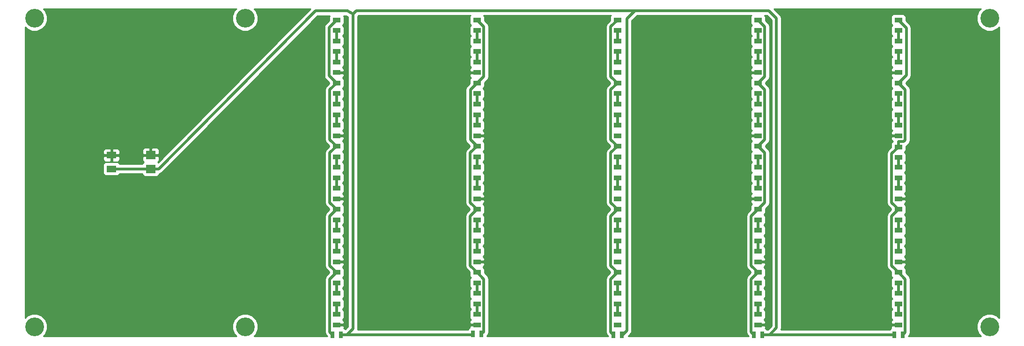
<source format=gtl>
G04 (created by PCBNEW-RS274X (2011-05-25)-stable) date Fri 21 Sep 2012 01:46:45 PM PDT*
G01*
G70*
G90*
%MOIN*%
G04 Gerber Fmt 3.4, Leading zero omitted, Abs format*
%FSLAX34Y34*%
G04 APERTURE LIST*
%ADD10C,0.006000*%
%ADD11C,0.133900*%
%ADD12R,0.055000X0.035000*%
%ADD13R,0.070900X0.059100*%
%ADD14R,0.070900X0.047200*%
%ADD15R,0.025000X0.045000*%
%ADD16C,0.020000*%
%ADD17C,0.010000*%
G04 APERTURE END LIST*
G54D10*
G54D11*
X20685Y-58055D03*
X35685Y-58055D03*
X88685Y-58055D03*
X88685Y-36039D03*
X35685Y-36039D03*
X20685Y-36039D03*
G54D12*
X42185Y-57179D03*
X42185Y-57929D03*
X42185Y-55678D03*
X42185Y-56428D03*
X42185Y-54177D03*
X42185Y-54927D03*
X42185Y-52676D03*
X42185Y-53426D03*
X42185Y-51175D03*
X42185Y-51925D03*
X42185Y-49674D03*
X42185Y-50424D03*
X42185Y-48173D03*
X42185Y-48923D03*
X42185Y-46672D03*
X42185Y-47422D03*
X42185Y-45171D03*
X42185Y-45921D03*
X42185Y-43670D03*
X42185Y-44420D03*
X42185Y-42169D03*
X42185Y-42919D03*
X42185Y-40668D03*
X42185Y-41418D03*
X42185Y-39167D03*
X42185Y-39917D03*
X42185Y-37666D03*
X42185Y-38416D03*
X42185Y-36165D03*
X42185Y-36915D03*
G54D13*
X28956Y-46791D03*
X28956Y-45807D03*
G54D14*
X26160Y-46791D03*
X26160Y-45807D03*
G54D12*
X82185Y-36165D03*
X82185Y-36915D03*
X72185Y-57179D03*
X72185Y-57929D03*
X72185Y-55678D03*
X72185Y-56428D03*
X72185Y-54177D03*
X72185Y-54927D03*
X72185Y-52676D03*
X72185Y-53426D03*
X72185Y-51175D03*
X72185Y-51925D03*
X72185Y-49674D03*
X72185Y-50424D03*
X72185Y-48173D03*
X72185Y-48923D03*
X72185Y-46672D03*
X72185Y-47422D03*
X72185Y-45171D03*
X72185Y-45921D03*
X72185Y-43670D03*
X72185Y-44420D03*
X72185Y-42169D03*
X72185Y-42919D03*
X72185Y-40668D03*
X72185Y-41418D03*
X72185Y-39167D03*
X72185Y-39917D03*
X82185Y-37666D03*
X82185Y-38416D03*
X82185Y-39167D03*
X82185Y-39917D03*
X82185Y-40668D03*
X82185Y-41418D03*
X82185Y-42169D03*
X82185Y-42919D03*
X82185Y-43670D03*
X82185Y-44420D03*
X82187Y-45220D03*
X82187Y-45970D03*
X82185Y-46672D03*
X82185Y-47422D03*
X82185Y-48173D03*
X82185Y-48923D03*
X82185Y-49674D03*
X82185Y-50424D03*
X82185Y-51175D03*
X82185Y-51925D03*
X82185Y-52676D03*
X82185Y-53426D03*
X82185Y-54177D03*
X82185Y-54927D03*
X82185Y-55678D03*
X82185Y-56428D03*
X82185Y-57179D03*
X82185Y-57929D03*
X52185Y-36165D03*
X52185Y-36915D03*
X52185Y-37666D03*
X52185Y-38416D03*
X52185Y-39167D03*
X52185Y-39917D03*
X52185Y-40668D03*
X52185Y-41418D03*
X52185Y-42169D03*
X52185Y-42919D03*
X52185Y-43670D03*
X52185Y-44420D03*
X52185Y-45171D03*
X52185Y-45921D03*
X52185Y-46672D03*
X52185Y-47422D03*
X52185Y-48173D03*
X52185Y-48923D03*
X52185Y-49674D03*
X52185Y-50424D03*
X52185Y-51175D03*
X52185Y-51925D03*
X52185Y-52676D03*
X52185Y-53426D03*
X52185Y-54177D03*
X52185Y-54927D03*
X52185Y-55678D03*
X52185Y-56428D03*
X52185Y-57179D03*
X52185Y-57929D03*
X62185Y-36165D03*
X62185Y-36915D03*
X62185Y-37666D03*
X62185Y-38416D03*
X62185Y-39167D03*
X62185Y-39917D03*
X62185Y-40668D03*
X62185Y-41418D03*
X62185Y-42169D03*
X62185Y-42919D03*
X62185Y-43670D03*
X62185Y-44420D03*
X62185Y-45171D03*
X62185Y-45921D03*
X62185Y-46672D03*
X62185Y-47422D03*
X62185Y-48173D03*
X62185Y-48923D03*
X62185Y-49674D03*
X62185Y-50424D03*
X62185Y-51175D03*
X62185Y-51925D03*
X62185Y-52676D03*
X62185Y-53426D03*
X62185Y-54177D03*
X62185Y-54927D03*
X62185Y-55678D03*
X62185Y-56428D03*
X62185Y-57179D03*
X62185Y-57929D03*
X72185Y-36165D03*
X72185Y-36915D03*
X72185Y-37666D03*
X72185Y-38416D03*
G54D15*
X42504Y-58622D03*
X41904Y-58622D03*
X51904Y-58583D03*
X52504Y-58583D03*
X62504Y-58622D03*
X61904Y-58622D03*
X72504Y-58622D03*
X71904Y-58622D03*
X81904Y-58622D03*
X82504Y-58622D03*
G54D16*
X72992Y-58622D02*
X73031Y-58622D01*
X73031Y-58622D02*
X73501Y-58152D01*
X62504Y-58622D02*
X62558Y-58622D01*
X62558Y-58622D02*
X62855Y-58325D01*
X62855Y-58325D02*
X62855Y-58325D01*
X62855Y-58325D02*
X62855Y-36064D01*
X43348Y-35748D02*
X43348Y-35747D01*
X43606Y-35489D02*
X63430Y-35489D01*
X43348Y-35747D02*
X43606Y-35489D01*
X43348Y-35748D02*
X43348Y-58187D01*
X29513Y-46791D02*
X40685Y-35512D01*
X40685Y-35512D02*
X42973Y-35512D01*
X42973Y-35512D02*
X43348Y-35748D01*
X28956Y-46791D02*
X29513Y-46791D01*
X43348Y-58187D02*
X42913Y-58622D01*
X42504Y-58622D02*
X42913Y-58622D01*
X42913Y-58622D02*
X51865Y-58622D01*
X51865Y-58622D02*
X51904Y-58583D01*
X28956Y-46791D02*
X26160Y-46791D01*
X72504Y-58622D02*
X72832Y-58622D01*
X73501Y-36037D02*
X73501Y-58152D01*
X72953Y-35489D02*
X73501Y-36037D01*
X63430Y-35489D02*
X72953Y-35489D01*
X62855Y-36064D02*
X63430Y-35489D01*
X81904Y-58622D02*
X73501Y-58622D01*
X73501Y-58622D02*
X72992Y-58622D01*
X72992Y-58622D02*
X72832Y-58622D01*
X72185Y-56428D02*
X72185Y-57179D01*
X72185Y-54927D02*
X72185Y-55678D01*
X62185Y-57179D02*
X62185Y-56428D01*
X62185Y-55678D02*
X62185Y-54927D01*
X72664Y-40189D02*
X72185Y-40668D01*
X72664Y-36644D02*
X72664Y-40189D01*
X72185Y-36165D02*
X72664Y-36644D01*
X72664Y-44692D02*
X72185Y-45171D01*
X72664Y-41147D02*
X72664Y-44692D01*
X72185Y-40668D02*
X72664Y-41147D01*
X72664Y-49195D02*
X72185Y-49674D01*
X72664Y-45650D02*
X72664Y-49195D01*
X72185Y-45171D02*
X72664Y-45650D01*
X71706Y-53698D02*
X72185Y-54177D01*
X71706Y-50153D02*
X71706Y-53698D01*
X72185Y-49674D02*
X71706Y-50153D01*
X71706Y-54656D02*
X72185Y-54177D01*
X71706Y-58424D02*
X71706Y-54656D01*
X71904Y-58622D02*
X71706Y-58424D01*
X72185Y-41418D02*
X72185Y-42169D01*
X72185Y-42919D02*
X72185Y-43670D01*
X72185Y-45921D02*
X72185Y-46672D01*
X72185Y-47422D02*
X72185Y-48173D01*
X72185Y-50424D02*
X72185Y-51175D01*
X72185Y-51925D02*
X72185Y-52676D01*
X82185Y-57179D02*
X82185Y-56428D01*
X62185Y-37666D02*
X62185Y-36915D01*
X82185Y-55678D02*
X82185Y-54927D01*
X82565Y-44842D02*
X82187Y-44842D01*
X82664Y-44743D02*
X82565Y-44842D01*
X82664Y-41147D02*
X82664Y-44743D01*
X82185Y-40668D02*
X82664Y-41147D01*
X82187Y-45220D02*
X82187Y-44842D01*
X82746Y-40107D02*
X82185Y-40668D01*
X82746Y-36726D02*
X82746Y-40107D01*
X82185Y-36165D02*
X82746Y-36726D01*
X82664Y-54656D02*
X82185Y-54177D01*
X82664Y-58462D02*
X82664Y-54656D01*
X82504Y-58622D02*
X82664Y-58462D01*
X81706Y-53698D02*
X82185Y-54177D01*
X81706Y-50153D02*
X81706Y-53698D01*
X82185Y-49674D02*
X81706Y-50153D01*
X81706Y-45701D02*
X82187Y-45220D01*
X81706Y-49195D02*
X81706Y-45701D01*
X82185Y-49674D02*
X81706Y-49195D01*
X82185Y-52676D02*
X82185Y-51925D01*
X82185Y-51175D02*
X82185Y-50424D01*
X62185Y-52676D02*
X62185Y-51925D01*
X62185Y-51175D02*
X62185Y-50424D01*
X62185Y-48173D02*
X62185Y-47422D01*
X62185Y-46672D02*
X62185Y-45921D01*
X62185Y-43670D02*
X62185Y-42919D01*
X62185Y-42169D02*
X62185Y-41418D01*
X61706Y-45650D02*
X62185Y-45171D01*
X61706Y-49195D02*
X61706Y-45650D01*
X62185Y-49674D02*
X61706Y-49195D01*
X61706Y-54656D02*
X62185Y-54177D01*
X61706Y-58424D02*
X61706Y-54656D01*
X61904Y-58622D02*
X61706Y-58424D01*
X61706Y-50153D02*
X62185Y-49674D01*
X61706Y-53698D02*
X61706Y-50153D01*
X62185Y-54177D02*
X61706Y-53698D01*
X61706Y-41147D02*
X62185Y-40668D01*
X61706Y-44692D02*
X61706Y-41147D01*
X62185Y-45171D02*
X61706Y-44692D01*
X61706Y-36644D02*
X62185Y-36165D01*
X61706Y-40189D02*
X61706Y-36644D01*
X62185Y-40668D02*
X61706Y-40189D01*
X62185Y-39167D02*
X62185Y-38416D01*
X42185Y-54927D02*
X42185Y-55678D01*
X42185Y-56428D02*
X42185Y-57179D01*
X42185Y-51925D02*
X42185Y-52676D01*
X42185Y-36915D02*
X42185Y-37666D01*
X42185Y-38416D02*
X42185Y-39167D01*
X42185Y-41418D02*
X42185Y-42169D01*
X42185Y-42919D02*
X42185Y-43670D01*
X42185Y-45921D02*
X42185Y-46672D01*
X42185Y-47422D02*
X42185Y-48173D01*
X42185Y-50424D02*
X42185Y-51175D01*
X41706Y-41147D02*
X42185Y-40668D01*
X41706Y-44692D02*
X41706Y-41147D01*
X42185Y-45171D02*
X41706Y-44692D01*
X41661Y-36689D02*
X42185Y-36165D01*
X41661Y-40144D02*
X41661Y-36689D01*
X42185Y-40668D02*
X41661Y-40144D01*
X41706Y-53698D02*
X42185Y-54177D01*
X41706Y-50153D02*
X41706Y-53698D01*
X42185Y-49674D02*
X41706Y-50153D01*
X41706Y-45650D02*
X42185Y-45171D01*
X41706Y-49195D02*
X41706Y-45650D01*
X42185Y-49674D02*
X41706Y-49195D01*
X41706Y-54656D02*
X42185Y-54177D01*
X41706Y-58424D02*
X41706Y-54656D01*
X41904Y-58622D02*
X41706Y-58424D01*
X52185Y-48173D02*
X52185Y-47422D01*
X52185Y-46672D02*
X52185Y-45921D01*
X52185Y-43670D02*
X52185Y-42919D01*
X52185Y-42169D02*
X52185Y-41418D01*
X52185Y-39167D02*
X52185Y-38416D01*
X52185Y-37666D02*
X52185Y-36915D01*
X72185Y-37666D02*
X72185Y-36915D01*
X72185Y-38416D02*
X72185Y-39167D01*
X52185Y-57179D02*
X52185Y-56428D01*
X82185Y-48173D02*
X82185Y-47422D01*
X52185Y-55678D02*
X52185Y-54927D01*
X52664Y-36644D02*
X52185Y-36165D01*
X52664Y-40189D02*
X52664Y-36644D01*
X52185Y-40668D02*
X52664Y-40189D01*
X52664Y-54656D02*
X52185Y-54177D01*
X52664Y-58423D02*
X52664Y-54656D01*
X52504Y-58583D02*
X52664Y-58423D01*
X51706Y-53698D02*
X52185Y-54177D01*
X51706Y-50153D02*
X51706Y-53698D01*
X52185Y-49674D02*
X51706Y-50153D01*
X51706Y-45650D02*
X52185Y-45171D01*
X51706Y-49195D02*
X51706Y-45650D01*
X52185Y-49674D02*
X51706Y-49195D01*
X51707Y-41146D02*
X52185Y-40668D01*
X51707Y-44693D02*
X51707Y-41146D01*
X52185Y-45171D02*
X51707Y-44693D01*
X52185Y-52676D02*
X52185Y-51925D01*
X52185Y-51175D02*
X52185Y-50424D01*
X82185Y-42169D02*
X82185Y-41418D01*
X82185Y-39167D02*
X82185Y-38416D01*
X82185Y-37666D02*
X82185Y-36915D01*
X82187Y-46292D02*
X82187Y-45970D01*
X82185Y-46294D02*
X82187Y-46292D01*
X82185Y-46672D02*
X82185Y-46294D01*
X82185Y-43670D02*
X82185Y-42919D01*
G54D10*
G36*
X41693Y-35862D02*
X41661Y-35940D01*
X41661Y-36039D01*
X41661Y-36194D01*
X41414Y-36442D01*
X41338Y-36555D01*
X41311Y-36689D01*
X41311Y-40144D01*
X41338Y-40278D01*
X41414Y-40391D01*
X41661Y-40638D01*
X41661Y-40697D01*
X41459Y-40900D01*
X41383Y-41013D01*
X41356Y-41147D01*
X41356Y-44692D01*
X41383Y-44826D01*
X41459Y-44939D01*
X41661Y-45141D01*
X41661Y-45200D01*
X41459Y-45403D01*
X41383Y-45516D01*
X41356Y-45650D01*
X41356Y-49195D01*
X41383Y-49329D01*
X41459Y-49442D01*
X41661Y-49644D01*
X41661Y-49703D01*
X41459Y-49906D01*
X41383Y-50019D01*
X41356Y-50153D01*
X41356Y-53698D01*
X41383Y-53832D01*
X41459Y-53945D01*
X41661Y-54147D01*
X41661Y-54206D01*
X41459Y-54409D01*
X41383Y-54522D01*
X41356Y-54656D01*
X41356Y-58424D01*
X41383Y-58558D01*
X41459Y-58671D01*
X41518Y-58730D01*
X36309Y-58730D01*
X36464Y-58576D01*
X36604Y-58239D01*
X36604Y-57873D01*
X36464Y-57535D01*
X36206Y-57276D01*
X35869Y-57136D01*
X35503Y-57136D01*
X35165Y-57276D01*
X34906Y-57534D01*
X34766Y-57871D01*
X34766Y-58237D01*
X34906Y-58575D01*
X35060Y-58730D01*
X21309Y-58730D01*
X21464Y-58576D01*
X21604Y-58239D01*
X21604Y-57873D01*
X21464Y-57535D01*
X21206Y-57276D01*
X20869Y-57136D01*
X20503Y-57136D01*
X20165Y-57276D01*
X20010Y-57430D01*
X20010Y-36663D01*
X20164Y-36818D01*
X20501Y-36958D01*
X20867Y-36958D01*
X21205Y-36818D01*
X21464Y-36560D01*
X21604Y-36223D01*
X21604Y-35857D01*
X21464Y-35519D01*
X21310Y-35365D01*
X35059Y-35365D01*
X34906Y-35518D01*
X34766Y-35855D01*
X34766Y-36221D01*
X34906Y-36559D01*
X35164Y-36818D01*
X35501Y-36958D01*
X35867Y-36958D01*
X36205Y-36818D01*
X36464Y-36560D01*
X36604Y-36223D01*
X36604Y-35857D01*
X36464Y-35519D01*
X36310Y-35365D01*
X40328Y-35365D01*
X29486Y-46320D01*
X29465Y-46299D01*
X29521Y-46243D01*
X29559Y-46151D01*
X29560Y-45919D01*
X29560Y-45695D01*
X29559Y-45463D01*
X29521Y-45371D01*
X29451Y-45301D01*
X29360Y-45263D01*
X29261Y-45263D01*
X29068Y-45262D01*
X29006Y-45324D01*
X29006Y-45757D01*
X29498Y-45757D01*
X29560Y-45695D01*
X29560Y-45919D01*
X29498Y-45857D01*
X29056Y-45857D01*
X29006Y-45857D01*
X28906Y-45857D01*
X28906Y-45757D01*
X28906Y-45324D01*
X28844Y-45262D01*
X28651Y-45263D01*
X28552Y-45263D01*
X28461Y-45301D01*
X28391Y-45371D01*
X28353Y-45463D01*
X28352Y-45695D01*
X28414Y-45757D01*
X28906Y-45757D01*
X28906Y-45857D01*
X28856Y-45857D01*
X28414Y-45857D01*
X28352Y-45919D01*
X28353Y-46151D01*
X28391Y-46243D01*
X28447Y-46299D01*
X28391Y-46355D01*
X28355Y-46441D01*
X26764Y-46441D01*
X26764Y-45919D01*
X26764Y-45695D01*
X26763Y-45522D01*
X26725Y-45430D01*
X26655Y-45360D01*
X26564Y-45322D01*
X26465Y-45322D01*
X26272Y-45321D01*
X26210Y-45383D01*
X26210Y-45757D01*
X26702Y-45757D01*
X26764Y-45695D01*
X26764Y-45919D01*
X26702Y-45857D01*
X26210Y-45857D01*
X26210Y-46231D01*
X26272Y-46293D01*
X26465Y-46292D01*
X26564Y-46292D01*
X26655Y-46254D01*
X26725Y-46184D01*
X26763Y-46092D01*
X26764Y-45919D01*
X26764Y-46441D01*
X26736Y-46441D01*
X26725Y-46414D01*
X26655Y-46344D01*
X26564Y-46306D01*
X26465Y-46306D01*
X26110Y-46306D01*
X26110Y-46231D01*
X26110Y-45857D01*
X26110Y-45757D01*
X26110Y-45383D01*
X26048Y-45321D01*
X25855Y-45322D01*
X25756Y-45322D01*
X25665Y-45360D01*
X25595Y-45430D01*
X25557Y-45522D01*
X25556Y-45695D01*
X25618Y-45757D01*
X26110Y-45757D01*
X26110Y-45857D01*
X25618Y-45857D01*
X25556Y-45919D01*
X25557Y-46092D01*
X25595Y-46184D01*
X25665Y-46254D01*
X25756Y-46292D01*
X25855Y-46292D01*
X26048Y-46293D01*
X26110Y-46231D01*
X26110Y-46306D01*
X25757Y-46306D01*
X25665Y-46344D01*
X25595Y-46414D01*
X25557Y-46505D01*
X25557Y-46604D01*
X25557Y-47076D01*
X25595Y-47168D01*
X25665Y-47238D01*
X25756Y-47276D01*
X25855Y-47276D01*
X26563Y-47276D01*
X26655Y-47238D01*
X26725Y-47168D01*
X26736Y-47141D01*
X28355Y-47141D01*
X28391Y-47227D01*
X28461Y-47297D01*
X28552Y-47335D01*
X28651Y-47335D01*
X29359Y-47335D01*
X29451Y-47297D01*
X29521Y-47227D01*
X29559Y-47136D01*
X29559Y-47131D01*
X29647Y-47114D01*
X29648Y-47113D01*
X29703Y-47076D01*
X29760Y-47038D01*
X29762Y-47037D01*
X40820Y-35862D01*
X41693Y-35862D01*
X41693Y-35862D01*
G37*
G54D17*
X41693Y-35862D02*
X41661Y-35940D01*
X41661Y-36039D01*
X41661Y-36194D01*
X41414Y-36442D01*
X41338Y-36555D01*
X41311Y-36689D01*
X41311Y-40144D01*
X41338Y-40278D01*
X41414Y-40391D01*
X41661Y-40638D01*
X41661Y-40697D01*
X41459Y-40900D01*
X41383Y-41013D01*
X41356Y-41147D01*
X41356Y-44692D01*
X41383Y-44826D01*
X41459Y-44939D01*
X41661Y-45141D01*
X41661Y-45200D01*
X41459Y-45403D01*
X41383Y-45516D01*
X41356Y-45650D01*
X41356Y-49195D01*
X41383Y-49329D01*
X41459Y-49442D01*
X41661Y-49644D01*
X41661Y-49703D01*
X41459Y-49906D01*
X41383Y-50019D01*
X41356Y-50153D01*
X41356Y-53698D01*
X41383Y-53832D01*
X41459Y-53945D01*
X41661Y-54147D01*
X41661Y-54206D01*
X41459Y-54409D01*
X41383Y-54522D01*
X41356Y-54656D01*
X41356Y-58424D01*
X41383Y-58558D01*
X41459Y-58671D01*
X41518Y-58730D01*
X36309Y-58730D01*
X36464Y-58576D01*
X36604Y-58239D01*
X36604Y-57873D01*
X36464Y-57535D01*
X36206Y-57276D01*
X35869Y-57136D01*
X35503Y-57136D01*
X35165Y-57276D01*
X34906Y-57534D01*
X34766Y-57871D01*
X34766Y-58237D01*
X34906Y-58575D01*
X35060Y-58730D01*
X21309Y-58730D01*
X21464Y-58576D01*
X21604Y-58239D01*
X21604Y-57873D01*
X21464Y-57535D01*
X21206Y-57276D01*
X20869Y-57136D01*
X20503Y-57136D01*
X20165Y-57276D01*
X20010Y-57430D01*
X20010Y-36663D01*
X20164Y-36818D01*
X20501Y-36958D01*
X20867Y-36958D01*
X21205Y-36818D01*
X21464Y-36560D01*
X21604Y-36223D01*
X21604Y-35857D01*
X21464Y-35519D01*
X21310Y-35365D01*
X35059Y-35365D01*
X34906Y-35518D01*
X34766Y-35855D01*
X34766Y-36221D01*
X34906Y-36559D01*
X35164Y-36818D01*
X35501Y-36958D01*
X35867Y-36958D01*
X36205Y-36818D01*
X36464Y-36560D01*
X36604Y-36223D01*
X36604Y-35857D01*
X36464Y-35519D01*
X36310Y-35365D01*
X40328Y-35365D01*
X29486Y-46320D01*
X29465Y-46299D01*
X29521Y-46243D01*
X29559Y-46151D01*
X29560Y-45919D01*
X29560Y-45695D01*
X29559Y-45463D01*
X29521Y-45371D01*
X29451Y-45301D01*
X29360Y-45263D01*
X29261Y-45263D01*
X29068Y-45262D01*
X29006Y-45324D01*
X29006Y-45757D01*
X29498Y-45757D01*
X29560Y-45695D01*
X29560Y-45919D01*
X29498Y-45857D01*
X29056Y-45857D01*
X29006Y-45857D01*
X28906Y-45857D01*
X28906Y-45757D01*
X28906Y-45324D01*
X28844Y-45262D01*
X28651Y-45263D01*
X28552Y-45263D01*
X28461Y-45301D01*
X28391Y-45371D01*
X28353Y-45463D01*
X28352Y-45695D01*
X28414Y-45757D01*
X28906Y-45757D01*
X28906Y-45857D01*
X28856Y-45857D01*
X28414Y-45857D01*
X28352Y-45919D01*
X28353Y-46151D01*
X28391Y-46243D01*
X28447Y-46299D01*
X28391Y-46355D01*
X28355Y-46441D01*
X26764Y-46441D01*
X26764Y-45919D01*
X26764Y-45695D01*
X26763Y-45522D01*
X26725Y-45430D01*
X26655Y-45360D01*
X26564Y-45322D01*
X26465Y-45322D01*
X26272Y-45321D01*
X26210Y-45383D01*
X26210Y-45757D01*
X26702Y-45757D01*
X26764Y-45695D01*
X26764Y-45919D01*
X26702Y-45857D01*
X26210Y-45857D01*
X26210Y-46231D01*
X26272Y-46293D01*
X26465Y-46292D01*
X26564Y-46292D01*
X26655Y-46254D01*
X26725Y-46184D01*
X26763Y-46092D01*
X26764Y-45919D01*
X26764Y-46441D01*
X26736Y-46441D01*
X26725Y-46414D01*
X26655Y-46344D01*
X26564Y-46306D01*
X26465Y-46306D01*
X26110Y-46306D01*
X26110Y-46231D01*
X26110Y-45857D01*
X26110Y-45757D01*
X26110Y-45383D01*
X26048Y-45321D01*
X25855Y-45322D01*
X25756Y-45322D01*
X25665Y-45360D01*
X25595Y-45430D01*
X25557Y-45522D01*
X25556Y-45695D01*
X25618Y-45757D01*
X26110Y-45757D01*
X26110Y-45857D01*
X25618Y-45857D01*
X25556Y-45919D01*
X25557Y-46092D01*
X25595Y-46184D01*
X25665Y-46254D01*
X25756Y-46292D01*
X25855Y-46292D01*
X26048Y-46293D01*
X26110Y-46231D01*
X26110Y-46306D01*
X25757Y-46306D01*
X25665Y-46344D01*
X25595Y-46414D01*
X25557Y-46505D01*
X25557Y-46604D01*
X25557Y-47076D01*
X25595Y-47168D01*
X25665Y-47238D01*
X25756Y-47276D01*
X25855Y-47276D01*
X26563Y-47276D01*
X26655Y-47238D01*
X26725Y-47168D01*
X26736Y-47141D01*
X28355Y-47141D01*
X28391Y-47227D01*
X28461Y-47297D01*
X28552Y-47335D01*
X28651Y-47335D01*
X29359Y-47335D01*
X29451Y-47297D01*
X29521Y-47227D01*
X29559Y-47136D01*
X29559Y-47131D01*
X29647Y-47114D01*
X29648Y-47113D01*
X29703Y-47076D01*
X29760Y-47038D01*
X29762Y-47037D01*
X40820Y-35862D01*
X41693Y-35862D01*
G54D10*
G36*
X42998Y-58042D02*
X42812Y-58228D01*
X42770Y-58186D01*
X42706Y-58159D01*
X42709Y-58153D01*
X42710Y-58041D01*
X42648Y-57979D01*
X42285Y-57979D01*
X42235Y-57979D01*
X42135Y-57979D01*
X42135Y-57879D01*
X42235Y-57879D01*
X42285Y-57879D01*
X42648Y-57879D01*
X42710Y-57817D01*
X42709Y-57705D01*
X42671Y-57613D01*
X42612Y-57554D01*
X42671Y-57495D01*
X42709Y-57404D01*
X42709Y-57305D01*
X42709Y-56955D01*
X42671Y-56863D01*
X42611Y-56803D01*
X42671Y-56744D01*
X42709Y-56653D01*
X42709Y-56554D01*
X42709Y-56204D01*
X42671Y-56112D01*
X42612Y-56053D01*
X42671Y-55994D01*
X42709Y-55903D01*
X42709Y-55804D01*
X42709Y-55454D01*
X42671Y-55362D01*
X42611Y-55302D01*
X42671Y-55243D01*
X42709Y-55152D01*
X42709Y-55053D01*
X42709Y-54703D01*
X42671Y-54611D01*
X42612Y-54552D01*
X42671Y-54493D01*
X42709Y-54402D01*
X42709Y-54303D01*
X42709Y-53953D01*
X42671Y-53861D01*
X42611Y-53801D01*
X42671Y-53742D01*
X42709Y-53650D01*
X42710Y-53538D01*
X42648Y-53476D01*
X42285Y-53476D01*
X42235Y-53476D01*
X42135Y-53476D01*
X42135Y-53376D01*
X42235Y-53376D01*
X42285Y-53376D01*
X42648Y-53376D01*
X42710Y-53314D01*
X42709Y-53202D01*
X42671Y-53110D01*
X42612Y-53051D01*
X42671Y-52992D01*
X42709Y-52901D01*
X42709Y-52802D01*
X42709Y-52452D01*
X42671Y-52360D01*
X42611Y-52300D01*
X42671Y-52241D01*
X42709Y-52150D01*
X42709Y-52051D01*
X42709Y-51701D01*
X42671Y-51609D01*
X42612Y-51550D01*
X42671Y-51491D01*
X42709Y-51400D01*
X42709Y-51301D01*
X42709Y-50951D01*
X42671Y-50859D01*
X42611Y-50799D01*
X42671Y-50740D01*
X42709Y-50649D01*
X42709Y-50550D01*
X42709Y-50200D01*
X42671Y-50108D01*
X42612Y-50049D01*
X42671Y-49990D01*
X42709Y-49899D01*
X42709Y-49800D01*
X42709Y-49450D01*
X42671Y-49358D01*
X42611Y-49298D01*
X42671Y-49239D01*
X42709Y-49147D01*
X42710Y-49035D01*
X42648Y-48973D01*
X42285Y-48973D01*
X42235Y-48973D01*
X42135Y-48973D01*
X42135Y-48873D01*
X42235Y-48873D01*
X42285Y-48873D01*
X42648Y-48873D01*
X42710Y-48811D01*
X42709Y-48699D01*
X42671Y-48607D01*
X42612Y-48548D01*
X42671Y-48489D01*
X42709Y-48398D01*
X42709Y-48299D01*
X42709Y-47949D01*
X42671Y-47857D01*
X42611Y-47797D01*
X42671Y-47738D01*
X42709Y-47647D01*
X42709Y-47548D01*
X42709Y-47198D01*
X42671Y-47106D01*
X42612Y-47047D01*
X42671Y-46988D01*
X42709Y-46897D01*
X42709Y-46798D01*
X42709Y-46448D01*
X42671Y-46356D01*
X42611Y-46296D01*
X42671Y-46237D01*
X42709Y-46146D01*
X42709Y-46047D01*
X42709Y-45697D01*
X42671Y-45605D01*
X42612Y-45546D01*
X42671Y-45487D01*
X42709Y-45396D01*
X42709Y-45297D01*
X42709Y-44947D01*
X42671Y-44855D01*
X42611Y-44795D01*
X42671Y-44736D01*
X42709Y-44644D01*
X42710Y-44532D01*
X42648Y-44470D01*
X42285Y-44470D01*
X42235Y-44470D01*
X42135Y-44470D01*
X42135Y-44370D01*
X42235Y-44370D01*
X42285Y-44370D01*
X42648Y-44370D01*
X42710Y-44308D01*
X42709Y-44196D01*
X42671Y-44104D01*
X42612Y-44045D01*
X42671Y-43986D01*
X42709Y-43895D01*
X42709Y-43796D01*
X42709Y-43446D01*
X42671Y-43354D01*
X42611Y-43294D01*
X42671Y-43235D01*
X42709Y-43144D01*
X42709Y-43045D01*
X42709Y-42695D01*
X42671Y-42603D01*
X42612Y-42544D01*
X42671Y-42485D01*
X42709Y-42394D01*
X42709Y-42295D01*
X42709Y-41945D01*
X42671Y-41853D01*
X42611Y-41793D01*
X42671Y-41734D01*
X42709Y-41643D01*
X42709Y-41544D01*
X42709Y-41194D01*
X42671Y-41102D01*
X42612Y-41043D01*
X42671Y-40984D01*
X42709Y-40893D01*
X42709Y-40794D01*
X42709Y-40444D01*
X42671Y-40352D01*
X42611Y-40292D01*
X42671Y-40233D01*
X42709Y-40141D01*
X42710Y-40029D01*
X42648Y-39967D01*
X42285Y-39967D01*
X42235Y-39967D01*
X42135Y-39967D01*
X42135Y-39867D01*
X42235Y-39867D01*
X42285Y-39867D01*
X42648Y-39867D01*
X42710Y-39805D01*
X42709Y-39693D01*
X42671Y-39601D01*
X42612Y-39542D01*
X42671Y-39483D01*
X42709Y-39392D01*
X42709Y-39293D01*
X42709Y-38943D01*
X42671Y-38851D01*
X42611Y-38791D01*
X42671Y-38732D01*
X42709Y-38641D01*
X42709Y-38542D01*
X42709Y-38192D01*
X42671Y-38100D01*
X42612Y-38041D01*
X42671Y-37982D01*
X42709Y-37891D01*
X42709Y-37792D01*
X42709Y-37442D01*
X42671Y-37350D01*
X42611Y-37290D01*
X42671Y-37231D01*
X42709Y-37140D01*
X42709Y-37041D01*
X42709Y-36691D01*
X42671Y-36599D01*
X42612Y-36540D01*
X42671Y-36481D01*
X42709Y-36390D01*
X42709Y-36291D01*
X42709Y-35941D01*
X42676Y-35862D01*
X42871Y-35862D01*
X42998Y-35941D01*
X42998Y-58042D01*
X42998Y-58042D01*
G37*
G54D17*
X42998Y-58042D02*
X42812Y-58228D01*
X42770Y-58186D01*
X42706Y-58159D01*
X42709Y-58153D01*
X42710Y-58041D01*
X42648Y-57979D01*
X42285Y-57979D01*
X42235Y-57979D01*
X42135Y-57979D01*
X42135Y-57879D01*
X42235Y-57879D01*
X42285Y-57879D01*
X42648Y-57879D01*
X42710Y-57817D01*
X42709Y-57705D01*
X42671Y-57613D01*
X42612Y-57554D01*
X42671Y-57495D01*
X42709Y-57404D01*
X42709Y-57305D01*
X42709Y-56955D01*
X42671Y-56863D01*
X42611Y-56803D01*
X42671Y-56744D01*
X42709Y-56653D01*
X42709Y-56554D01*
X42709Y-56204D01*
X42671Y-56112D01*
X42612Y-56053D01*
X42671Y-55994D01*
X42709Y-55903D01*
X42709Y-55804D01*
X42709Y-55454D01*
X42671Y-55362D01*
X42611Y-55302D01*
X42671Y-55243D01*
X42709Y-55152D01*
X42709Y-55053D01*
X42709Y-54703D01*
X42671Y-54611D01*
X42612Y-54552D01*
X42671Y-54493D01*
X42709Y-54402D01*
X42709Y-54303D01*
X42709Y-53953D01*
X42671Y-53861D01*
X42611Y-53801D01*
X42671Y-53742D01*
X42709Y-53650D01*
X42710Y-53538D01*
X42648Y-53476D01*
X42285Y-53476D01*
X42235Y-53476D01*
X42135Y-53476D01*
X42135Y-53376D01*
X42235Y-53376D01*
X42285Y-53376D01*
X42648Y-53376D01*
X42710Y-53314D01*
X42709Y-53202D01*
X42671Y-53110D01*
X42612Y-53051D01*
X42671Y-52992D01*
X42709Y-52901D01*
X42709Y-52802D01*
X42709Y-52452D01*
X42671Y-52360D01*
X42611Y-52300D01*
X42671Y-52241D01*
X42709Y-52150D01*
X42709Y-52051D01*
X42709Y-51701D01*
X42671Y-51609D01*
X42612Y-51550D01*
X42671Y-51491D01*
X42709Y-51400D01*
X42709Y-51301D01*
X42709Y-50951D01*
X42671Y-50859D01*
X42611Y-50799D01*
X42671Y-50740D01*
X42709Y-50649D01*
X42709Y-50550D01*
X42709Y-50200D01*
X42671Y-50108D01*
X42612Y-50049D01*
X42671Y-49990D01*
X42709Y-49899D01*
X42709Y-49800D01*
X42709Y-49450D01*
X42671Y-49358D01*
X42611Y-49298D01*
X42671Y-49239D01*
X42709Y-49147D01*
X42710Y-49035D01*
X42648Y-48973D01*
X42285Y-48973D01*
X42235Y-48973D01*
X42135Y-48973D01*
X42135Y-48873D01*
X42235Y-48873D01*
X42285Y-48873D01*
X42648Y-48873D01*
X42710Y-48811D01*
X42709Y-48699D01*
X42671Y-48607D01*
X42612Y-48548D01*
X42671Y-48489D01*
X42709Y-48398D01*
X42709Y-48299D01*
X42709Y-47949D01*
X42671Y-47857D01*
X42611Y-47797D01*
X42671Y-47738D01*
X42709Y-47647D01*
X42709Y-47548D01*
X42709Y-47198D01*
X42671Y-47106D01*
X42612Y-47047D01*
X42671Y-46988D01*
X42709Y-46897D01*
X42709Y-46798D01*
X42709Y-46448D01*
X42671Y-46356D01*
X42611Y-46296D01*
X42671Y-46237D01*
X42709Y-46146D01*
X42709Y-46047D01*
X42709Y-45697D01*
X42671Y-45605D01*
X42612Y-45546D01*
X42671Y-45487D01*
X42709Y-45396D01*
X42709Y-45297D01*
X42709Y-44947D01*
X42671Y-44855D01*
X42611Y-44795D01*
X42671Y-44736D01*
X42709Y-44644D01*
X42710Y-44532D01*
X42648Y-44470D01*
X42285Y-44470D01*
X42235Y-44470D01*
X42135Y-44470D01*
X42135Y-44370D01*
X42235Y-44370D01*
X42285Y-44370D01*
X42648Y-44370D01*
X42710Y-44308D01*
X42709Y-44196D01*
X42671Y-44104D01*
X42612Y-44045D01*
X42671Y-43986D01*
X42709Y-43895D01*
X42709Y-43796D01*
X42709Y-43446D01*
X42671Y-43354D01*
X42611Y-43294D01*
X42671Y-43235D01*
X42709Y-43144D01*
X42709Y-43045D01*
X42709Y-42695D01*
X42671Y-42603D01*
X42612Y-42544D01*
X42671Y-42485D01*
X42709Y-42394D01*
X42709Y-42295D01*
X42709Y-41945D01*
X42671Y-41853D01*
X42611Y-41793D01*
X42671Y-41734D01*
X42709Y-41643D01*
X42709Y-41544D01*
X42709Y-41194D01*
X42671Y-41102D01*
X42612Y-41043D01*
X42671Y-40984D01*
X42709Y-40893D01*
X42709Y-40794D01*
X42709Y-40444D01*
X42671Y-40352D01*
X42611Y-40292D01*
X42671Y-40233D01*
X42709Y-40141D01*
X42710Y-40029D01*
X42648Y-39967D01*
X42285Y-39967D01*
X42235Y-39967D01*
X42135Y-39967D01*
X42135Y-39867D01*
X42235Y-39867D01*
X42285Y-39867D01*
X42648Y-39867D01*
X42710Y-39805D01*
X42709Y-39693D01*
X42671Y-39601D01*
X42612Y-39542D01*
X42671Y-39483D01*
X42709Y-39392D01*
X42709Y-39293D01*
X42709Y-38943D01*
X42671Y-38851D01*
X42611Y-38791D01*
X42671Y-38732D01*
X42709Y-38641D01*
X42709Y-38542D01*
X42709Y-38192D01*
X42671Y-38100D01*
X42612Y-38041D01*
X42671Y-37982D01*
X42709Y-37891D01*
X42709Y-37792D01*
X42709Y-37442D01*
X42671Y-37350D01*
X42611Y-37290D01*
X42671Y-37231D01*
X42709Y-37140D01*
X42709Y-37041D01*
X42709Y-36691D01*
X42671Y-36599D01*
X42612Y-36540D01*
X42671Y-36481D01*
X42709Y-36390D01*
X42709Y-36291D01*
X42709Y-35941D01*
X42676Y-35862D01*
X42871Y-35862D01*
X42998Y-35941D01*
X42998Y-58042D01*
G54D10*
G36*
X52235Y-57979D02*
X52135Y-57979D01*
X52085Y-57979D01*
X51722Y-57979D01*
X51660Y-58041D01*
X51660Y-58137D01*
X51638Y-58147D01*
X51568Y-58217D01*
X51545Y-58272D01*
X43680Y-58272D01*
X43697Y-58187D01*
X43698Y-58187D01*
X43698Y-35891D01*
X43750Y-35839D01*
X51709Y-35839D01*
X51699Y-35849D01*
X51661Y-35940D01*
X51661Y-36039D01*
X51661Y-36389D01*
X51699Y-36481D01*
X51758Y-36540D01*
X51699Y-36599D01*
X51661Y-36690D01*
X51661Y-36789D01*
X51661Y-37139D01*
X51699Y-37231D01*
X51758Y-37290D01*
X51699Y-37350D01*
X51661Y-37441D01*
X51661Y-37540D01*
X51661Y-37890D01*
X51699Y-37982D01*
X51758Y-38041D01*
X51699Y-38100D01*
X51661Y-38191D01*
X51661Y-38290D01*
X51661Y-38640D01*
X51699Y-38732D01*
X51758Y-38791D01*
X51699Y-38851D01*
X51661Y-38942D01*
X51661Y-39041D01*
X51661Y-39391D01*
X51699Y-39483D01*
X51758Y-39542D01*
X51699Y-39601D01*
X51661Y-39693D01*
X51660Y-39805D01*
X51722Y-39867D01*
X52085Y-39867D01*
X52135Y-39867D01*
X52235Y-39867D01*
X52235Y-39967D01*
X52135Y-39967D01*
X52085Y-39967D01*
X51722Y-39967D01*
X51660Y-40029D01*
X51661Y-40141D01*
X51699Y-40233D01*
X51758Y-40292D01*
X51699Y-40352D01*
X51661Y-40443D01*
X51661Y-40542D01*
X51661Y-40697D01*
X51460Y-40899D01*
X51384Y-41012D01*
X51357Y-41146D01*
X51357Y-44693D01*
X51384Y-44827D01*
X51460Y-44940D01*
X51661Y-45141D01*
X51661Y-45200D01*
X51459Y-45403D01*
X51383Y-45516D01*
X51356Y-45650D01*
X51356Y-49195D01*
X51383Y-49329D01*
X51459Y-49442D01*
X51661Y-49644D01*
X51661Y-49703D01*
X51459Y-49906D01*
X51383Y-50019D01*
X51356Y-50153D01*
X51356Y-53698D01*
X51383Y-53832D01*
X51459Y-53945D01*
X51661Y-54147D01*
X51661Y-54401D01*
X51699Y-54493D01*
X51758Y-54552D01*
X51699Y-54611D01*
X51661Y-54702D01*
X51661Y-54801D01*
X51661Y-55151D01*
X51699Y-55243D01*
X51758Y-55302D01*
X51699Y-55362D01*
X51661Y-55453D01*
X51661Y-55552D01*
X51661Y-55902D01*
X51699Y-55994D01*
X51758Y-56053D01*
X51699Y-56112D01*
X51661Y-56203D01*
X51661Y-56302D01*
X51661Y-56652D01*
X51699Y-56744D01*
X51758Y-56803D01*
X51699Y-56863D01*
X51661Y-56954D01*
X51661Y-57053D01*
X51661Y-57403D01*
X51699Y-57495D01*
X51758Y-57554D01*
X51699Y-57613D01*
X51661Y-57705D01*
X51660Y-57817D01*
X51722Y-57879D01*
X52085Y-57879D01*
X52135Y-57879D01*
X52235Y-57879D01*
X52235Y-57979D01*
X52235Y-57979D01*
G37*
G54D17*
X52235Y-57979D02*
X52135Y-57979D01*
X52085Y-57979D01*
X51722Y-57979D01*
X51660Y-58041D01*
X51660Y-58137D01*
X51638Y-58147D01*
X51568Y-58217D01*
X51545Y-58272D01*
X43680Y-58272D01*
X43697Y-58187D01*
X43698Y-58187D01*
X43698Y-35891D01*
X43750Y-35839D01*
X51709Y-35839D01*
X51699Y-35849D01*
X51661Y-35940D01*
X51661Y-36039D01*
X51661Y-36389D01*
X51699Y-36481D01*
X51758Y-36540D01*
X51699Y-36599D01*
X51661Y-36690D01*
X51661Y-36789D01*
X51661Y-37139D01*
X51699Y-37231D01*
X51758Y-37290D01*
X51699Y-37350D01*
X51661Y-37441D01*
X51661Y-37540D01*
X51661Y-37890D01*
X51699Y-37982D01*
X51758Y-38041D01*
X51699Y-38100D01*
X51661Y-38191D01*
X51661Y-38290D01*
X51661Y-38640D01*
X51699Y-38732D01*
X51758Y-38791D01*
X51699Y-38851D01*
X51661Y-38942D01*
X51661Y-39041D01*
X51661Y-39391D01*
X51699Y-39483D01*
X51758Y-39542D01*
X51699Y-39601D01*
X51661Y-39693D01*
X51660Y-39805D01*
X51722Y-39867D01*
X52085Y-39867D01*
X52135Y-39867D01*
X52235Y-39867D01*
X52235Y-39967D01*
X52135Y-39967D01*
X52085Y-39967D01*
X51722Y-39967D01*
X51660Y-40029D01*
X51661Y-40141D01*
X51699Y-40233D01*
X51758Y-40292D01*
X51699Y-40352D01*
X51661Y-40443D01*
X51661Y-40542D01*
X51661Y-40697D01*
X51460Y-40899D01*
X51384Y-41012D01*
X51357Y-41146D01*
X51357Y-44693D01*
X51384Y-44827D01*
X51460Y-44940D01*
X51661Y-45141D01*
X51661Y-45200D01*
X51459Y-45403D01*
X51383Y-45516D01*
X51356Y-45650D01*
X51356Y-49195D01*
X51383Y-49329D01*
X51459Y-49442D01*
X51661Y-49644D01*
X51661Y-49703D01*
X51459Y-49906D01*
X51383Y-50019D01*
X51356Y-50153D01*
X51356Y-53698D01*
X51383Y-53832D01*
X51459Y-53945D01*
X51661Y-54147D01*
X51661Y-54401D01*
X51699Y-54493D01*
X51758Y-54552D01*
X51699Y-54611D01*
X51661Y-54702D01*
X51661Y-54801D01*
X51661Y-55151D01*
X51699Y-55243D01*
X51758Y-55302D01*
X51699Y-55362D01*
X51661Y-55453D01*
X51661Y-55552D01*
X51661Y-55902D01*
X51699Y-55994D01*
X51758Y-56053D01*
X51699Y-56112D01*
X51661Y-56203D01*
X51661Y-56302D01*
X51661Y-56652D01*
X51699Y-56744D01*
X51758Y-56803D01*
X51699Y-56863D01*
X51661Y-56954D01*
X51661Y-57053D01*
X51661Y-57403D01*
X51699Y-57495D01*
X51758Y-57554D01*
X51699Y-57613D01*
X51661Y-57705D01*
X51660Y-57817D01*
X51722Y-57879D01*
X52085Y-57879D01*
X52135Y-57879D01*
X52235Y-57879D01*
X52235Y-57979D01*
G54D10*
G36*
X61709Y-35839D02*
X61699Y-35849D01*
X61661Y-35940D01*
X61661Y-36039D01*
X61661Y-36194D01*
X61459Y-36397D01*
X61383Y-36510D01*
X61356Y-36644D01*
X61356Y-40189D01*
X61383Y-40323D01*
X61459Y-40436D01*
X61661Y-40638D01*
X61661Y-40697D01*
X61459Y-40900D01*
X61383Y-41013D01*
X61356Y-41147D01*
X61356Y-44692D01*
X61383Y-44826D01*
X61459Y-44939D01*
X61661Y-45141D01*
X61661Y-45200D01*
X61459Y-45403D01*
X61383Y-45516D01*
X61356Y-45650D01*
X61356Y-49195D01*
X61383Y-49329D01*
X61459Y-49442D01*
X61661Y-49644D01*
X61661Y-49703D01*
X61459Y-49906D01*
X61383Y-50019D01*
X61356Y-50153D01*
X61356Y-53698D01*
X61383Y-53832D01*
X61459Y-53945D01*
X61661Y-54147D01*
X61661Y-54206D01*
X61459Y-54409D01*
X61383Y-54522D01*
X61356Y-54656D01*
X61356Y-58424D01*
X61383Y-58558D01*
X61459Y-58671D01*
X61518Y-58730D01*
X52878Y-58730D01*
X52878Y-58703D01*
X52911Y-58671D01*
X52911Y-58670D01*
X52987Y-58557D01*
X53013Y-58423D01*
X53014Y-58423D01*
X53014Y-54656D01*
X52987Y-54522D01*
X52911Y-54409D01*
X52911Y-54408D01*
X52709Y-54206D01*
X52709Y-53953D01*
X52671Y-53861D01*
X52611Y-53801D01*
X52671Y-53742D01*
X52709Y-53650D01*
X52710Y-53538D01*
X52648Y-53476D01*
X52285Y-53476D01*
X52235Y-53476D01*
X52135Y-53476D01*
X52135Y-53376D01*
X52235Y-53376D01*
X52285Y-53376D01*
X52648Y-53376D01*
X52710Y-53314D01*
X52709Y-53202D01*
X52671Y-53110D01*
X52612Y-53051D01*
X52671Y-52992D01*
X52709Y-52901D01*
X52709Y-52802D01*
X52709Y-52452D01*
X52671Y-52360D01*
X52611Y-52300D01*
X52671Y-52241D01*
X52709Y-52150D01*
X52709Y-52051D01*
X52709Y-51701D01*
X52671Y-51609D01*
X52612Y-51550D01*
X52671Y-51491D01*
X52709Y-51400D01*
X52709Y-51301D01*
X52709Y-50951D01*
X52671Y-50859D01*
X52611Y-50799D01*
X52671Y-50740D01*
X52709Y-50649D01*
X52709Y-50550D01*
X52709Y-50200D01*
X52671Y-50108D01*
X52612Y-50049D01*
X52671Y-49990D01*
X52709Y-49899D01*
X52709Y-49800D01*
X52709Y-49450D01*
X52671Y-49358D01*
X52611Y-49298D01*
X52671Y-49239D01*
X52709Y-49147D01*
X52710Y-49035D01*
X52648Y-48973D01*
X52285Y-48973D01*
X52235Y-48973D01*
X52135Y-48973D01*
X52135Y-48873D01*
X52235Y-48873D01*
X52285Y-48873D01*
X52648Y-48873D01*
X52710Y-48811D01*
X52709Y-48699D01*
X52671Y-48607D01*
X52612Y-48548D01*
X52671Y-48489D01*
X52709Y-48398D01*
X52709Y-48299D01*
X52709Y-47949D01*
X52671Y-47857D01*
X52611Y-47797D01*
X52671Y-47738D01*
X52709Y-47647D01*
X52709Y-47548D01*
X52709Y-47198D01*
X52671Y-47106D01*
X52612Y-47047D01*
X52671Y-46988D01*
X52709Y-46897D01*
X52709Y-46798D01*
X52709Y-46448D01*
X52671Y-46356D01*
X52611Y-46296D01*
X52671Y-46237D01*
X52709Y-46146D01*
X52709Y-46047D01*
X52709Y-45697D01*
X52671Y-45605D01*
X52612Y-45546D01*
X52671Y-45487D01*
X52709Y-45396D01*
X52709Y-45297D01*
X52709Y-44947D01*
X52671Y-44855D01*
X52611Y-44795D01*
X52671Y-44736D01*
X52709Y-44644D01*
X52710Y-44532D01*
X52648Y-44470D01*
X52285Y-44470D01*
X52235Y-44470D01*
X52135Y-44470D01*
X52135Y-44370D01*
X52235Y-44370D01*
X52285Y-44370D01*
X52648Y-44370D01*
X52710Y-44308D01*
X52709Y-44196D01*
X52671Y-44104D01*
X52612Y-44045D01*
X52671Y-43986D01*
X52709Y-43895D01*
X52709Y-43796D01*
X52709Y-43446D01*
X52671Y-43354D01*
X52611Y-43294D01*
X52671Y-43235D01*
X52709Y-43144D01*
X52709Y-43045D01*
X52709Y-42695D01*
X52671Y-42603D01*
X52612Y-42544D01*
X52671Y-42485D01*
X52709Y-42394D01*
X52709Y-42295D01*
X52709Y-41945D01*
X52671Y-41853D01*
X52611Y-41793D01*
X52671Y-41734D01*
X52709Y-41643D01*
X52709Y-41544D01*
X52709Y-41194D01*
X52671Y-41102D01*
X52612Y-41043D01*
X52671Y-40984D01*
X52709Y-40893D01*
X52709Y-40794D01*
X52709Y-40638D01*
X52911Y-40437D01*
X52911Y-40436D01*
X52987Y-40323D01*
X53013Y-40189D01*
X53014Y-40189D01*
X53014Y-36644D01*
X52987Y-36510D01*
X52911Y-36397D01*
X52911Y-36396D01*
X52709Y-36194D01*
X52709Y-35941D01*
X52671Y-35849D01*
X52661Y-35839D01*
X61709Y-35839D01*
X61709Y-35839D01*
G37*
G54D17*
X61709Y-35839D02*
X61699Y-35849D01*
X61661Y-35940D01*
X61661Y-36039D01*
X61661Y-36194D01*
X61459Y-36397D01*
X61383Y-36510D01*
X61356Y-36644D01*
X61356Y-40189D01*
X61383Y-40323D01*
X61459Y-40436D01*
X61661Y-40638D01*
X61661Y-40697D01*
X61459Y-40900D01*
X61383Y-41013D01*
X61356Y-41147D01*
X61356Y-44692D01*
X61383Y-44826D01*
X61459Y-44939D01*
X61661Y-45141D01*
X61661Y-45200D01*
X61459Y-45403D01*
X61383Y-45516D01*
X61356Y-45650D01*
X61356Y-49195D01*
X61383Y-49329D01*
X61459Y-49442D01*
X61661Y-49644D01*
X61661Y-49703D01*
X61459Y-49906D01*
X61383Y-50019D01*
X61356Y-50153D01*
X61356Y-53698D01*
X61383Y-53832D01*
X61459Y-53945D01*
X61661Y-54147D01*
X61661Y-54206D01*
X61459Y-54409D01*
X61383Y-54522D01*
X61356Y-54656D01*
X61356Y-58424D01*
X61383Y-58558D01*
X61459Y-58671D01*
X61518Y-58730D01*
X52878Y-58730D01*
X52878Y-58703D01*
X52911Y-58671D01*
X52911Y-58670D01*
X52987Y-58557D01*
X53013Y-58423D01*
X53014Y-58423D01*
X53014Y-54656D01*
X52987Y-54522D01*
X52911Y-54409D01*
X52911Y-54408D01*
X52709Y-54206D01*
X52709Y-53953D01*
X52671Y-53861D01*
X52611Y-53801D01*
X52671Y-53742D01*
X52709Y-53650D01*
X52710Y-53538D01*
X52648Y-53476D01*
X52285Y-53476D01*
X52235Y-53476D01*
X52135Y-53476D01*
X52135Y-53376D01*
X52235Y-53376D01*
X52285Y-53376D01*
X52648Y-53376D01*
X52710Y-53314D01*
X52709Y-53202D01*
X52671Y-53110D01*
X52612Y-53051D01*
X52671Y-52992D01*
X52709Y-52901D01*
X52709Y-52802D01*
X52709Y-52452D01*
X52671Y-52360D01*
X52611Y-52300D01*
X52671Y-52241D01*
X52709Y-52150D01*
X52709Y-52051D01*
X52709Y-51701D01*
X52671Y-51609D01*
X52612Y-51550D01*
X52671Y-51491D01*
X52709Y-51400D01*
X52709Y-51301D01*
X52709Y-50951D01*
X52671Y-50859D01*
X52611Y-50799D01*
X52671Y-50740D01*
X52709Y-50649D01*
X52709Y-50550D01*
X52709Y-50200D01*
X52671Y-50108D01*
X52612Y-50049D01*
X52671Y-49990D01*
X52709Y-49899D01*
X52709Y-49800D01*
X52709Y-49450D01*
X52671Y-49358D01*
X52611Y-49298D01*
X52671Y-49239D01*
X52709Y-49147D01*
X52710Y-49035D01*
X52648Y-48973D01*
X52285Y-48973D01*
X52235Y-48973D01*
X52135Y-48973D01*
X52135Y-48873D01*
X52235Y-48873D01*
X52285Y-48873D01*
X52648Y-48873D01*
X52710Y-48811D01*
X52709Y-48699D01*
X52671Y-48607D01*
X52612Y-48548D01*
X52671Y-48489D01*
X52709Y-48398D01*
X52709Y-48299D01*
X52709Y-47949D01*
X52671Y-47857D01*
X52611Y-47797D01*
X52671Y-47738D01*
X52709Y-47647D01*
X52709Y-47548D01*
X52709Y-47198D01*
X52671Y-47106D01*
X52612Y-47047D01*
X52671Y-46988D01*
X52709Y-46897D01*
X52709Y-46798D01*
X52709Y-46448D01*
X52671Y-46356D01*
X52611Y-46296D01*
X52671Y-46237D01*
X52709Y-46146D01*
X52709Y-46047D01*
X52709Y-45697D01*
X52671Y-45605D01*
X52612Y-45546D01*
X52671Y-45487D01*
X52709Y-45396D01*
X52709Y-45297D01*
X52709Y-44947D01*
X52671Y-44855D01*
X52611Y-44795D01*
X52671Y-44736D01*
X52709Y-44644D01*
X52710Y-44532D01*
X52648Y-44470D01*
X52285Y-44470D01*
X52235Y-44470D01*
X52135Y-44470D01*
X52135Y-44370D01*
X52235Y-44370D01*
X52285Y-44370D01*
X52648Y-44370D01*
X52710Y-44308D01*
X52709Y-44196D01*
X52671Y-44104D01*
X52612Y-44045D01*
X52671Y-43986D01*
X52709Y-43895D01*
X52709Y-43796D01*
X52709Y-43446D01*
X52671Y-43354D01*
X52611Y-43294D01*
X52671Y-43235D01*
X52709Y-43144D01*
X52709Y-43045D01*
X52709Y-42695D01*
X52671Y-42603D01*
X52612Y-42544D01*
X52671Y-42485D01*
X52709Y-42394D01*
X52709Y-42295D01*
X52709Y-41945D01*
X52671Y-41853D01*
X52611Y-41793D01*
X52671Y-41734D01*
X52709Y-41643D01*
X52709Y-41544D01*
X52709Y-41194D01*
X52671Y-41102D01*
X52612Y-41043D01*
X52671Y-40984D01*
X52709Y-40893D01*
X52709Y-40794D01*
X52709Y-40638D01*
X52911Y-40437D01*
X52911Y-40436D01*
X52987Y-40323D01*
X53013Y-40189D01*
X53014Y-40189D01*
X53014Y-36644D01*
X52987Y-36510D01*
X52911Y-36397D01*
X52911Y-36396D01*
X52709Y-36194D01*
X52709Y-35941D01*
X52671Y-35849D01*
X52661Y-35839D01*
X61709Y-35839D01*
G54D10*
G36*
X62235Y-39967D02*
X62135Y-39967D01*
X62135Y-39867D01*
X62235Y-39867D01*
X62235Y-39967D01*
X62235Y-39967D01*
G37*
G54D17*
X62235Y-39967D02*
X62135Y-39967D01*
X62135Y-39867D01*
X62235Y-39867D01*
X62235Y-39967D01*
G54D10*
G36*
X62235Y-44470D02*
X62135Y-44470D01*
X62135Y-44370D01*
X62235Y-44370D01*
X62235Y-44470D01*
X62235Y-44470D01*
G37*
G54D17*
X62235Y-44470D02*
X62135Y-44470D01*
X62135Y-44370D01*
X62235Y-44370D01*
X62235Y-44470D01*
G54D10*
G36*
X62235Y-48973D02*
X62135Y-48973D01*
X62135Y-48873D01*
X62235Y-48873D01*
X62235Y-48973D01*
X62235Y-48973D01*
G37*
G54D17*
X62235Y-48973D02*
X62135Y-48973D01*
X62135Y-48873D01*
X62235Y-48873D01*
X62235Y-48973D01*
G54D10*
G36*
X62235Y-53476D02*
X62135Y-53476D01*
X62135Y-53376D01*
X62235Y-53376D01*
X62235Y-53476D01*
X62235Y-53476D01*
G37*
G54D17*
X62235Y-53476D02*
X62135Y-53476D01*
X62135Y-53376D01*
X62235Y-53376D01*
X62235Y-53476D01*
G54D10*
G36*
X62235Y-57979D02*
X62135Y-57979D01*
X62135Y-57879D01*
X62235Y-57879D01*
X62235Y-57979D01*
X62235Y-57979D01*
G37*
G54D17*
X62235Y-57979D02*
X62135Y-57979D01*
X62135Y-57879D01*
X62235Y-57879D01*
X62235Y-57979D01*
G54D10*
G36*
X72235Y-48973D02*
X72135Y-48973D01*
X72085Y-48973D01*
X71722Y-48973D01*
X71660Y-49035D01*
X71661Y-49147D01*
X71699Y-49239D01*
X71758Y-49298D01*
X71699Y-49358D01*
X71661Y-49449D01*
X71661Y-49548D01*
X71661Y-49703D01*
X71459Y-49906D01*
X71383Y-50019D01*
X71356Y-50153D01*
X71356Y-53698D01*
X71383Y-53832D01*
X71459Y-53945D01*
X71661Y-54147D01*
X71661Y-54206D01*
X71459Y-54409D01*
X71383Y-54522D01*
X71356Y-54656D01*
X71356Y-58424D01*
X71383Y-58558D01*
X71459Y-58671D01*
X71518Y-58730D01*
X62944Y-58730D01*
X63102Y-58573D01*
X63102Y-58572D01*
X63178Y-58459D01*
X63204Y-58325D01*
X63205Y-58325D01*
X63205Y-36208D01*
X63574Y-35839D01*
X71709Y-35839D01*
X71699Y-35849D01*
X71661Y-35940D01*
X71661Y-36039D01*
X71661Y-36389D01*
X71699Y-36481D01*
X71758Y-36540D01*
X71699Y-36599D01*
X71661Y-36690D01*
X71661Y-36789D01*
X71661Y-37139D01*
X71699Y-37231D01*
X71758Y-37290D01*
X71699Y-37350D01*
X71661Y-37441D01*
X71661Y-37540D01*
X71661Y-37890D01*
X71699Y-37982D01*
X71758Y-38041D01*
X71699Y-38100D01*
X71661Y-38191D01*
X71661Y-38290D01*
X71661Y-38640D01*
X71699Y-38732D01*
X71758Y-38791D01*
X71699Y-38851D01*
X71661Y-38942D01*
X71661Y-39041D01*
X71661Y-39391D01*
X71699Y-39483D01*
X71758Y-39542D01*
X71699Y-39601D01*
X71661Y-39693D01*
X71660Y-39805D01*
X71722Y-39867D01*
X72085Y-39867D01*
X72135Y-39867D01*
X72235Y-39867D01*
X72235Y-39967D01*
X72135Y-39967D01*
X72085Y-39967D01*
X71722Y-39967D01*
X71660Y-40029D01*
X71661Y-40141D01*
X71699Y-40233D01*
X71758Y-40292D01*
X71699Y-40352D01*
X71661Y-40443D01*
X71661Y-40542D01*
X71661Y-40892D01*
X71699Y-40984D01*
X71758Y-41043D01*
X71699Y-41102D01*
X71661Y-41193D01*
X71661Y-41292D01*
X71661Y-41642D01*
X71699Y-41734D01*
X71758Y-41793D01*
X71699Y-41853D01*
X71661Y-41944D01*
X71661Y-42043D01*
X71661Y-42393D01*
X71699Y-42485D01*
X71758Y-42544D01*
X71699Y-42603D01*
X71661Y-42694D01*
X71661Y-42793D01*
X71661Y-43143D01*
X71699Y-43235D01*
X71758Y-43294D01*
X71699Y-43354D01*
X71661Y-43445D01*
X71661Y-43544D01*
X71661Y-43894D01*
X71699Y-43986D01*
X71758Y-44045D01*
X71699Y-44104D01*
X71661Y-44196D01*
X71660Y-44308D01*
X71722Y-44370D01*
X72085Y-44370D01*
X72135Y-44370D01*
X72235Y-44370D01*
X72235Y-44470D01*
X72135Y-44470D01*
X72085Y-44470D01*
X71722Y-44470D01*
X71660Y-44532D01*
X71661Y-44644D01*
X71699Y-44736D01*
X71758Y-44795D01*
X71699Y-44855D01*
X71661Y-44946D01*
X71661Y-45045D01*
X71661Y-45395D01*
X71699Y-45487D01*
X71758Y-45546D01*
X71699Y-45605D01*
X71661Y-45696D01*
X71661Y-45795D01*
X71661Y-46145D01*
X71699Y-46237D01*
X71758Y-46296D01*
X71699Y-46356D01*
X71661Y-46447D01*
X71661Y-46546D01*
X71661Y-46896D01*
X71699Y-46988D01*
X71758Y-47047D01*
X71699Y-47106D01*
X71661Y-47197D01*
X71661Y-47296D01*
X71661Y-47646D01*
X71699Y-47738D01*
X71758Y-47797D01*
X71699Y-47857D01*
X71661Y-47948D01*
X71661Y-48047D01*
X71661Y-48397D01*
X71699Y-48489D01*
X71758Y-48548D01*
X71699Y-48607D01*
X71661Y-48699D01*
X71660Y-48811D01*
X71722Y-48873D01*
X72085Y-48873D01*
X72135Y-48873D01*
X72235Y-48873D01*
X72235Y-48973D01*
X72235Y-48973D01*
G37*
G54D17*
X72235Y-48973D02*
X72135Y-48973D01*
X72085Y-48973D01*
X71722Y-48973D01*
X71660Y-49035D01*
X71661Y-49147D01*
X71699Y-49239D01*
X71758Y-49298D01*
X71699Y-49358D01*
X71661Y-49449D01*
X71661Y-49548D01*
X71661Y-49703D01*
X71459Y-49906D01*
X71383Y-50019D01*
X71356Y-50153D01*
X71356Y-53698D01*
X71383Y-53832D01*
X71459Y-53945D01*
X71661Y-54147D01*
X71661Y-54206D01*
X71459Y-54409D01*
X71383Y-54522D01*
X71356Y-54656D01*
X71356Y-58424D01*
X71383Y-58558D01*
X71459Y-58671D01*
X71518Y-58730D01*
X62944Y-58730D01*
X63102Y-58573D01*
X63102Y-58572D01*
X63178Y-58459D01*
X63204Y-58325D01*
X63205Y-58325D01*
X63205Y-36208D01*
X63574Y-35839D01*
X71709Y-35839D01*
X71699Y-35849D01*
X71661Y-35940D01*
X71661Y-36039D01*
X71661Y-36389D01*
X71699Y-36481D01*
X71758Y-36540D01*
X71699Y-36599D01*
X71661Y-36690D01*
X71661Y-36789D01*
X71661Y-37139D01*
X71699Y-37231D01*
X71758Y-37290D01*
X71699Y-37350D01*
X71661Y-37441D01*
X71661Y-37540D01*
X71661Y-37890D01*
X71699Y-37982D01*
X71758Y-38041D01*
X71699Y-38100D01*
X71661Y-38191D01*
X71661Y-38290D01*
X71661Y-38640D01*
X71699Y-38732D01*
X71758Y-38791D01*
X71699Y-38851D01*
X71661Y-38942D01*
X71661Y-39041D01*
X71661Y-39391D01*
X71699Y-39483D01*
X71758Y-39542D01*
X71699Y-39601D01*
X71661Y-39693D01*
X71660Y-39805D01*
X71722Y-39867D01*
X72085Y-39867D01*
X72135Y-39867D01*
X72235Y-39867D01*
X72235Y-39967D01*
X72135Y-39967D01*
X72085Y-39967D01*
X71722Y-39967D01*
X71660Y-40029D01*
X71661Y-40141D01*
X71699Y-40233D01*
X71758Y-40292D01*
X71699Y-40352D01*
X71661Y-40443D01*
X71661Y-40542D01*
X71661Y-40892D01*
X71699Y-40984D01*
X71758Y-41043D01*
X71699Y-41102D01*
X71661Y-41193D01*
X71661Y-41292D01*
X71661Y-41642D01*
X71699Y-41734D01*
X71758Y-41793D01*
X71699Y-41853D01*
X71661Y-41944D01*
X71661Y-42043D01*
X71661Y-42393D01*
X71699Y-42485D01*
X71758Y-42544D01*
X71699Y-42603D01*
X71661Y-42694D01*
X71661Y-42793D01*
X71661Y-43143D01*
X71699Y-43235D01*
X71758Y-43294D01*
X71699Y-43354D01*
X71661Y-43445D01*
X71661Y-43544D01*
X71661Y-43894D01*
X71699Y-43986D01*
X71758Y-44045D01*
X71699Y-44104D01*
X71661Y-44196D01*
X71660Y-44308D01*
X71722Y-44370D01*
X72085Y-44370D01*
X72135Y-44370D01*
X72235Y-44370D01*
X72235Y-44470D01*
X72135Y-44470D01*
X72085Y-44470D01*
X71722Y-44470D01*
X71660Y-44532D01*
X71661Y-44644D01*
X71699Y-44736D01*
X71758Y-44795D01*
X71699Y-44855D01*
X71661Y-44946D01*
X71661Y-45045D01*
X71661Y-45395D01*
X71699Y-45487D01*
X71758Y-45546D01*
X71699Y-45605D01*
X71661Y-45696D01*
X71661Y-45795D01*
X71661Y-46145D01*
X71699Y-46237D01*
X71758Y-46296D01*
X71699Y-46356D01*
X71661Y-46447D01*
X71661Y-46546D01*
X71661Y-46896D01*
X71699Y-46988D01*
X71758Y-47047D01*
X71699Y-47106D01*
X71661Y-47197D01*
X71661Y-47296D01*
X71661Y-47646D01*
X71699Y-47738D01*
X71758Y-47797D01*
X71699Y-47857D01*
X71661Y-47948D01*
X71661Y-48047D01*
X71661Y-48397D01*
X71699Y-48489D01*
X71758Y-48548D01*
X71699Y-48607D01*
X71661Y-48699D01*
X71660Y-48811D01*
X71722Y-48873D01*
X72085Y-48873D01*
X72135Y-48873D01*
X72235Y-48873D01*
X72235Y-48973D01*
G54D10*
G36*
X73151Y-58007D02*
X72886Y-58272D01*
X72846Y-58272D01*
X72840Y-58256D01*
X72770Y-58186D01*
X72706Y-58159D01*
X72709Y-58153D01*
X72710Y-58041D01*
X72648Y-57979D01*
X72285Y-57979D01*
X72235Y-57979D01*
X72135Y-57979D01*
X72135Y-57879D01*
X72235Y-57879D01*
X72285Y-57879D01*
X72648Y-57879D01*
X72710Y-57817D01*
X72709Y-57705D01*
X72671Y-57613D01*
X72612Y-57554D01*
X72671Y-57495D01*
X72709Y-57404D01*
X72709Y-57305D01*
X72709Y-56955D01*
X72671Y-56863D01*
X72611Y-56803D01*
X72671Y-56744D01*
X72709Y-56653D01*
X72709Y-56554D01*
X72709Y-56204D01*
X72671Y-56112D01*
X72612Y-56053D01*
X72671Y-55994D01*
X72709Y-55903D01*
X72709Y-55804D01*
X72709Y-55454D01*
X72671Y-55362D01*
X72611Y-55302D01*
X72671Y-55243D01*
X72709Y-55152D01*
X72709Y-55053D01*
X72709Y-54703D01*
X72671Y-54611D01*
X72612Y-54552D01*
X72671Y-54493D01*
X72709Y-54402D01*
X72709Y-54303D01*
X72709Y-53953D01*
X72671Y-53861D01*
X72611Y-53801D01*
X72671Y-53742D01*
X72709Y-53650D01*
X72710Y-53538D01*
X72648Y-53476D01*
X72285Y-53476D01*
X72235Y-53476D01*
X72135Y-53476D01*
X72135Y-53376D01*
X72235Y-53376D01*
X72285Y-53376D01*
X72648Y-53376D01*
X72710Y-53314D01*
X72709Y-53202D01*
X72671Y-53110D01*
X72612Y-53051D01*
X72671Y-52992D01*
X72709Y-52901D01*
X72709Y-52802D01*
X72709Y-52452D01*
X72671Y-52360D01*
X72611Y-52300D01*
X72671Y-52241D01*
X72709Y-52150D01*
X72709Y-52051D01*
X72709Y-51701D01*
X72671Y-51609D01*
X72612Y-51550D01*
X72671Y-51491D01*
X72709Y-51400D01*
X72709Y-51301D01*
X72709Y-50951D01*
X72671Y-50859D01*
X72611Y-50799D01*
X72671Y-50740D01*
X72709Y-50649D01*
X72709Y-50550D01*
X72709Y-50200D01*
X72671Y-50108D01*
X72612Y-50049D01*
X72671Y-49990D01*
X72709Y-49899D01*
X72709Y-49800D01*
X72709Y-49644D01*
X72911Y-49443D01*
X72911Y-49442D01*
X72987Y-49329D01*
X73013Y-49195D01*
X73014Y-49195D01*
X73014Y-45650D01*
X72987Y-45516D01*
X72911Y-45403D01*
X72911Y-45402D01*
X72709Y-45200D01*
X72709Y-45141D01*
X72911Y-44940D01*
X72911Y-44939D01*
X72987Y-44826D01*
X73013Y-44692D01*
X73014Y-44692D01*
X73014Y-41147D01*
X72987Y-41013D01*
X72911Y-40900D01*
X72911Y-40899D01*
X72709Y-40697D01*
X72709Y-40638D01*
X72911Y-40437D01*
X72911Y-40436D01*
X72987Y-40323D01*
X73013Y-40189D01*
X73014Y-40189D01*
X73014Y-36644D01*
X72987Y-36510D01*
X72911Y-36397D01*
X72911Y-36396D01*
X72709Y-36194D01*
X72709Y-35941D01*
X72671Y-35849D01*
X72661Y-35839D01*
X72808Y-35839D01*
X73151Y-36181D01*
X73151Y-58007D01*
X73151Y-58007D01*
G37*
G54D17*
X73151Y-58007D02*
X72886Y-58272D01*
X72846Y-58272D01*
X72840Y-58256D01*
X72770Y-58186D01*
X72706Y-58159D01*
X72709Y-58153D01*
X72710Y-58041D01*
X72648Y-57979D01*
X72285Y-57979D01*
X72235Y-57979D01*
X72135Y-57979D01*
X72135Y-57879D01*
X72235Y-57879D01*
X72285Y-57879D01*
X72648Y-57879D01*
X72710Y-57817D01*
X72709Y-57705D01*
X72671Y-57613D01*
X72612Y-57554D01*
X72671Y-57495D01*
X72709Y-57404D01*
X72709Y-57305D01*
X72709Y-56955D01*
X72671Y-56863D01*
X72611Y-56803D01*
X72671Y-56744D01*
X72709Y-56653D01*
X72709Y-56554D01*
X72709Y-56204D01*
X72671Y-56112D01*
X72612Y-56053D01*
X72671Y-55994D01*
X72709Y-55903D01*
X72709Y-55804D01*
X72709Y-55454D01*
X72671Y-55362D01*
X72611Y-55302D01*
X72671Y-55243D01*
X72709Y-55152D01*
X72709Y-55053D01*
X72709Y-54703D01*
X72671Y-54611D01*
X72612Y-54552D01*
X72671Y-54493D01*
X72709Y-54402D01*
X72709Y-54303D01*
X72709Y-53953D01*
X72671Y-53861D01*
X72611Y-53801D01*
X72671Y-53742D01*
X72709Y-53650D01*
X72710Y-53538D01*
X72648Y-53476D01*
X72285Y-53476D01*
X72235Y-53476D01*
X72135Y-53476D01*
X72135Y-53376D01*
X72235Y-53376D01*
X72285Y-53376D01*
X72648Y-53376D01*
X72710Y-53314D01*
X72709Y-53202D01*
X72671Y-53110D01*
X72612Y-53051D01*
X72671Y-52992D01*
X72709Y-52901D01*
X72709Y-52802D01*
X72709Y-52452D01*
X72671Y-52360D01*
X72611Y-52300D01*
X72671Y-52241D01*
X72709Y-52150D01*
X72709Y-52051D01*
X72709Y-51701D01*
X72671Y-51609D01*
X72612Y-51550D01*
X72671Y-51491D01*
X72709Y-51400D01*
X72709Y-51301D01*
X72709Y-50951D01*
X72671Y-50859D01*
X72611Y-50799D01*
X72671Y-50740D01*
X72709Y-50649D01*
X72709Y-50550D01*
X72709Y-50200D01*
X72671Y-50108D01*
X72612Y-50049D01*
X72671Y-49990D01*
X72709Y-49899D01*
X72709Y-49800D01*
X72709Y-49644D01*
X72911Y-49443D01*
X72911Y-49442D01*
X72987Y-49329D01*
X73013Y-49195D01*
X73014Y-49195D01*
X73014Y-45650D01*
X72987Y-45516D01*
X72911Y-45403D01*
X72911Y-45402D01*
X72709Y-45200D01*
X72709Y-45141D01*
X72911Y-44940D01*
X72911Y-44939D01*
X72987Y-44826D01*
X73013Y-44692D01*
X73014Y-44692D01*
X73014Y-41147D01*
X72987Y-41013D01*
X72911Y-40900D01*
X72911Y-40899D01*
X72709Y-40697D01*
X72709Y-40638D01*
X72911Y-40437D01*
X72911Y-40436D01*
X72987Y-40323D01*
X73013Y-40189D01*
X73014Y-40189D01*
X73014Y-36644D01*
X72987Y-36510D01*
X72911Y-36397D01*
X72911Y-36396D01*
X72709Y-36194D01*
X72709Y-35941D01*
X72671Y-35849D01*
X72661Y-35839D01*
X72808Y-35839D01*
X73151Y-36181D01*
X73151Y-58007D01*
G54D10*
G36*
X89360Y-57430D02*
X89206Y-57276D01*
X88869Y-57136D01*
X88503Y-57136D01*
X88165Y-57276D01*
X87906Y-57534D01*
X87766Y-57871D01*
X87766Y-58237D01*
X87906Y-58575D01*
X88060Y-58730D01*
X82890Y-58730D01*
X82911Y-58710D01*
X82911Y-58709D01*
X82987Y-58596D01*
X83013Y-58462D01*
X83014Y-58462D01*
X83014Y-54656D01*
X82987Y-54522D01*
X82911Y-54409D01*
X82911Y-54408D01*
X82709Y-54206D01*
X82709Y-53953D01*
X82671Y-53861D01*
X82611Y-53801D01*
X82671Y-53742D01*
X82709Y-53650D01*
X82710Y-53538D01*
X82648Y-53476D01*
X82285Y-53476D01*
X82235Y-53476D01*
X82135Y-53476D01*
X82135Y-53376D01*
X82235Y-53376D01*
X82285Y-53376D01*
X82648Y-53376D01*
X82710Y-53314D01*
X82709Y-53202D01*
X82671Y-53110D01*
X82612Y-53051D01*
X82671Y-52992D01*
X82709Y-52901D01*
X82709Y-52802D01*
X82709Y-52452D01*
X82671Y-52360D01*
X82611Y-52300D01*
X82671Y-52241D01*
X82709Y-52150D01*
X82709Y-52051D01*
X82709Y-51701D01*
X82671Y-51609D01*
X82612Y-51550D01*
X82671Y-51491D01*
X82709Y-51400D01*
X82709Y-51301D01*
X82709Y-50951D01*
X82671Y-50859D01*
X82611Y-50799D01*
X82671Y-50740D01*
X82709Y-50649D01*
X82709Y-50550D01*
X82709Y-50200D01*
X82671Y-50108D01*
X82612Y-50049D01*
X82671Y-49990D01*
X82709Y-49899D01*
X82709Y-49800D01*
X82709Y-49450D01*
X82671Y-49358D01*
X82611Y-49298D01*
X82671Y-49239D01*
X82709Y-49147D01*
X82710Y-49035D01*
X82648Y-48973D01*
X82285Y-48973D01*
X82235Y-48973D01*
X82135Y-48973D01*
X82135Y-48873D01*
X82235Y-48873D01*
X82285Y-48873D01*
X82648Y-48873D01*
X82710Y-48811D01*
X82709Y-48699D01*
X82671Y-48607D01*
X82612Y-48548D01*
X82671Y-48489D01*
X82709Y-48398D01*
X82709Y-48299D01*
X82709Y-47949D01*
X82671Y-47857D01*
X82611Y-47797D01*
X82671Y-47738D01*
X82709Y-47647D01*
X82709Y-47548D01*
X82709Y-47198D01*
X82671Y-47106D01*
X82612Y-47047D01*
X82671Y-46988D01*
X82709Y-46897D01*
X82709Y-46798D01*
X82709Y-46448D01*
X82671Y-46356D01*
X82637Y-46322D01*
X82673Y-46286D01*
X82711Y-46195D01*
X82711Y-46096D01*
X82711Y-45746D01*
X82673Y-45654D01*
X82614Y-45595D01*
X82673Y-45536D01*
X82711Y-45445D01*
X82711Y-45346D01*
X82711Y-45156D01*
X82812Y-45089D01*
X82911Y-44990D01*
X82987Y-44877D01*
X83013Y-44743D01*
X83014Y-44743D01*
X83014Y-41147D01*
X82987Y-41013D01*
X82911Y-40900D01*
X82911Y-40899D01*
X82709Y-40697D01*
X82709Y-40638D01*
X82993Y-40355D01*
X82993Y-40354D01*
X83069Y-40241D01*
X83095Y-40107D01*
X83096Y-40107D01*
X83096Y-36726D01*
X83069Y-36592D01*
X82993Y-36479D01*
X82993Y-36478D01*
X82709Y-36194D01*
X82709Y-35941D01*
X82671Y-35849D01*
X82601Y-35779D01*
X82510Y-35741D01*
X82411Y-35741D01*
X81861Y-35741D01*
X81769Y-35779D01*
X81699Y-35849D01*
X81661Y-35940D01*
X81661Y-36039D01*
X81661Y-36389D01*
X81699Y-36481D01*
X81758Y-36540D01*
X81699Y-36599D01*
X81661Y-36690D01*
X81661Y-36789D01*
X81661Y-37139D01*
X81699Y-37231D01*
X81758Y-37290D01*
X81699Y-37350D01*
X81661Y-37441D01*
X81661Y-37540D01*
X81661Y-37890D01*
X81699Y-37982D01*
X81758Y-38041D01*
X81699Y-38100D01*
X81661Y-38191D01*
X81661Y-38290D01*
X81661Y-38640D01*
X81699Y-38732D01*
X81758Y-38791D01*
X81699Y-38851D01*
X81661Y-38942D01*
X81661Y-39041D01*
X81661Y-39391D01*
X81699Y-39483D01*
X81758Y-39542D01*
X81699Y-39601D01*
X81661Y-39693D01*
X81660Y-39805D01*
X81722Y-39867D01*
X82085Y-39867D01*
X82135Y-39867D01*
X82235Y-39867D01*
X82235Y-39967D01*
X82135Y-39967D01*
X82085Y-39967D01*
X81722Y-39967D01*
X81660Y-40029D01*
X81661Y-40141D01*
X81699Y-40233D01*
X81758Y-40292D01*
X81699Y-40352D01*
X81661Y-40443D01*
X81661Y-40542D01*
X81661Y-40892D01*
X81699Y-40984D01*
X81758Y-41043D01*
X81699Y-41102D01*
X81661Y-41193D01*
X81661Y-41292D01*
X81661Y-41642D01*
X81699Y-41734D01*
X81758Y-41793D01*
X81699Y-41853D01*
X81661Y-41944D01*
X81661Y-42043D01*
X81661Y-42393D01*
X81699Y-42485D01*
X81758Y-42544D01*
X81699Y-42603D01*
X81661Y-42694D01*
X81661Y-42793D01*
X81661Y-43143D01*
X81699Y-43235D01*
X81758Y-43294D01*
X81699Y-43354D01*
X81661Y-43445D01*
X81661Y-43544D01*
X81661Y-43894D01*
X81699Y-43986D01*
X81758Y-44045D01*
X81699Y-44104D01*
X81661Y-44196D01*
X81660Y-44308D01*
X81722Y-44370D01*
X82085Y-44370D01*
X82135Y-44370D01*
X82235Y-44370D01*
X82235Y-44470D01*
X82135Y-44470D01*
X82085Y-44470D01*
X81722Y-44470D01*
X81660Y-44532D01*
X81661Y-44644D01*
X81699Y-44736D01*
X81769Y-44806D01*
X81803Y-44820D01*
X81771Y-44834D01*
X81701Y-44904D01*
X81663Y-44995D01*
X81663Y-45094D01*
X81663Y-45249D01*
X81459Y-45454D01*
X81383Y-45567D01*
X81356Y-45701D01*
X81356Y-49195D01*
X81383Y-49329D01*
X81459Y-49442D01*
X81661Y-49644D01*
X81661Y-49703D01*
X81459Y-49906D01*
X81383Y-50019D01*
X81356Y-50153D01*
X81356Y-53698D01*
X81383Y-53832D01*
X81459Y-53945D01*
X81661Y-54147D01*
X81661Y-54401D01*
X81699Y-54493D01*
X81758Y-54552D01*
X81699Y-54611D01*
X81661Y-54702D01*
X81661Y-54801D01*
X81661Y-55151D01*
X81699Y-55243D01*
X81758Y-55302D01*
X81699Y-55362D01*
X81661Y-55453D01*
X81661Y-55552D01*
X81661Y-55902D01*
X81699Y-55994D01*
X81758Y-56053D01*
X81699Y-56112D01*
X81661Y-56203D01*
X81661Y-56302D01*
X81661Y-56652D01*
X81699Y-56744D01*
X81758Y-56803D01*
X81699Y-56863D01*
X81661Y-56954D01*
X81661Y-57053D01*
X81661Y-57403D01*
X81699Y-57495D01*
X81758Y-57554D01*
X81699Y-57613D01*
X81661Y-57705D01*
X81660Y-57817D01*
X81722Y-57879D01*
X82085Y-57879D01*
X82135Y-57879D01*
X82235Y-57879D01*
X82235Y-57979D01*
X82135Y-57979D01*
X82085Y-57979D01*
X81722Y-57979D01*
X81660Y-58041D01*
X81661Y-58153D01*
X81669Y-58173D01*
X81638Y-58186D01*
X81568Y-58256D01*
X81561Y-58272D01*
X73826Y-58272D01*
X73850Y-58152D01*
X73851Y-58152D01*
X73851Y-36037D01*
X73850Y-36036D01*
X73824Y-35903D01*
X73778Y-35834D01*
X73748Y-35790D01*
X73748Y-35789D01*
X73323Y-35365D01*
X88059Y-35365D01*
X87906Y-35518D01*
X87766Y-35855D01*
X87766Y-36221D01*
X87906Y-36559D01*
X88164Y-36818D01*
X88501Y-36958D01*
X88867Y-36958D01*
X89205Y-36818D01*
X89360Y-36663D01*
X89360Y-57430D01*
X89360Y-57430D01*
G37*
G54D17*
X89360Y-57430D02*
X89206Y-57276D01*
X88869Y-57136D01*
X88503Y-57136D01*
X88165Y-57276D01*
X87906Y-57534D01*
X87766Y-57871D01*
X87766Y-58237D01*
X87906Y-58575D01*
X88060Y-58730D01*
X82890Y-58730D01*
X82911Y-58710D01*
X82911Y-58709D01*
X82987Y-58596D01*
X83013Y-58462D01*
X83014Y-58462D01*
X83014Y-54656D01*
X82987Y-54522D01*
X82911Y-54409D01*
X82911Y-54408D01*
X82709Y-54206D01*
X82709Y-53953D01*
X82671Y-53861D01*
X82611Y-53801D01*
X82671Y-53742D01*
X82709Y-53650D01*
X82710Y-53538D01*
X82648Y-53476D01*
X82285Y-53476D01*
X82235Y-53476D01*
X82135Y-53476D01*
X82135Y-53376D01*
X82235Y-53376D01*
X82285Y-53376D01*
X82648Y-53376D01*
X82710Y-53314D01*
X82709Y-53202D01*
X82671Y-53110D01*
X82612Y-53051D01*
X82671Y-52992D01*
X82709Y-52901D01*
X82709Y-52802D01*
X82709Y-52452D01*
X82671Y-52360D01*
X82611Y-52300D01*
X82671Y-52241D01*
X82709Y-52150D01*
X82709Y-52051D01*
X82709Y-51701D01*
X82671Y-51609D01*
X82612Y-51550D01*
X82671Y-51491D01*
X82709Y-51400D01*
X82709Y-51301D01*
X82709Y-50951D01*
X82671Y-50859D01*
X82611Y-50799D01*
X82671Y-50740D01*
X82709Y-50649D01*
X82709Y-50550D01*
X82709Y-50200D01*
X82671Y-50108D01*
X82612Y-50049D01*
X82671Y-49990D01*
X82709Y-49899D01*
X82709Y-49800D01*
X82709Y-49450D01*
X82671Y-49358D01*
X82611Y-49298D01*
X82671Y-49239D01*
X82709Y-49147D01*
X82710Y-49035D01*
X82648Y-48973D01*
X82285Y-48973D01*
X82235Y-48973D01*
X82135Y-48973D01*
X82135Y-48873D01*
X82235Y-48873D01*
X82285Y-48873D01*
X82648Y-48873D01*
X82710Y-48811D01*
X82709Y-48699D01*
X82671Y-48607D01*
X82612Y-48548D01*
X82671Y-48489D01*
X82709Y-48398D01*
X82709Y-48299D01*
X82709Y-47949D01*
X82671Y-47857D01*
X82611Y-47797D01*
X82671Y-47738D01*
X82709Y-47647D01*
X82709Y-47548D01*
X82709Y-47198D01*
X82671Y-47106D01*
X82612Y-47047D01*
X82671Y-46988D01*
X82709Y-46897D01*
X82709Y-46798D01*
X82709Y-46448D01*
X82671Y-46356D01*
X82637Y-46322D01*
X82673Y-46286D01*
X82711Y-46195D01*
X82711Y-46096D01*
X82711Y-45746D01*
X82673Y-45654D01*
X82614Y-45595D01*
X82673Y-45536D01*
X82711Y-45445D01*
X82711Y-45346D01*
X82711Y-45156D01*
X82812Y-45089D01*
X82911Y-44990D01*
X82987Y-44877D01*
X83013Y-44743D01*
X83014Y-44743D01*
X83014Y-41147D01*
X82987Y-41013D01*
X82911Y-40900D01*
X82911Y-40899D01*
X82709Y-40697D01*
X82709Y-40638D01*
X82993Y-40355D01*
X82993Y-40354D01*
X83069Y-40241D01*
X83095Y-40107D01*
X83096Y-40107D01*
X83096Y-36726D01*
X83069Y-36592D01*
X82993Y-36479D01*
X82993Y-36478D01*
X82709Y-36194D01*
X82709Y-35941D01*
X82671Y-35849D01*
X82601Y-35779D01*
X82510Y-35741D01*
X82411Y-35741D01*
X81861Y-35741D01*
X81769Y-35779D01*
X81699Y-35849D01*
X81661Y-35940D01*
X81661Y-36039D01*
X81661Y-36389D01*
X81699Y-36481D01*
X81758Y-36540D01*
X81699Y-36599D01*
X81661Y-36690D01*
X81661Y-36789D01*
X81661Y-37139D01*
X81699Y-37231D01*
X81758Y-37290D01*
X81699Y-37350D01*
X81661Y-37441D01*
X81661Y-37540D01*
X81661Y-37890D01*
X81699Y-37982D01*
X81758Y-38041D01*
X81699Y-38100D01*
X81661Y-38191D01*
X81661Y-38290D01*
X81661Y-38640D01*
X81699Y-38732D01*
X81758Y-38791D01*
X81699Y-38851D01*
X81661Y-38942D01*
X81661Y-39041D01*
X81661Y-39391D01*
X81699Y-39483D01*
X81758Y-39542D01*
X81699Y-39601D01*
X81661Y-39693D01*
X81660Y-39805D01*
X81722Y-39867D01*
X82085Y-39867D01*
X82135Y-39867D01*
X82235Y-39867D01*
X82235Y-39967D01*
X82135Y-39967D01*
X82085Y-39967D01*
X81722Y-39967D01*
X81660Y-40029D01*
X81661Y-40141D01*
X81699Y-40233D01*
X81758Y-40292D01*
X81699Y-40352D01*
X81661Y-40443D01*
X81661Y-40542D01*
X81661Y-40892D01*
X81699Y-40984D01*
X81758Y-41043D01*
X81699Y-41102D01*
X81661Y-41193D01*
X81661Y-41292D01*
X81661Y-41642D01*
X81699Y-41734D01*
X81758Y-41793D01*
X81699Y-41853D01*
X81661Y-41944D01*
X81661Y-42043D01*
X81661Y-42393D01*
X81699Y-42485D01*
X81758Y-42544D01*
X81699Y-42603D01*
X81661Y-42694D01*
X81661Y-42793D01*
X81661Y-43143D01*
X81699Y-43235D01*
X81758Y-43294D01*
X81699Y-43354D01*
X81661Y-43445D01*
X81661Y-43544D01*
X81661Y-43894D01*
X81699Y-43986D01*
X81758Y-44045D01*
X81699Y-44104D01*
X81661Y-44196D01*
X81660Y-44308D01*
X81722Y-44370D01*
X82085Y-44370D01*
X82135Y-44370D01*
X82235Y-44370D01*
X82235Y-44470D01*
X82135Y-44470D01*
X82085Y-44470D01*
X81722Y-44470D01*
X81660Y-44532D01*
X81661Y-44644D01*
X81699Y-44736D01*
X81769Y-44806D01*
X81803Y-44820D01*
X81771Y-44834D01*
X81701Y-44904D01*
X81663Y-44995D01*
X81663Y-45094D01*
X81663Y-45249D01*
X81459Y-45454D01*
X81383Y-45567D01*
X81356Y-45701D01*
X81356Y-49195D01*
X81383Y-49329D01*
X81459Y-49442D01*
X81661Y-49644D01*
X81661Y-49703D01*
X81459Y-49906D01*
X81383Y-50019D01*
X81356Y-50153D01*
X81356Y-53698D01*
X81383Y-53832D01*
X81459Y-53945D01*
X81661Y-54147D01*
X81661Y-54401D01*
X81699Y-54493D01*
X81758Y-54552D01*
X81699Y-54611D01*
X81661Y-54702D01*
X81661Y-54801D01*
X81661Y-55151D01*
X81699Y-55243D01*
X81758Y-55302D01*
X81699Y-55362D01*
X81661Y-55453D01*
X81661Y-55552D01*
X81661Y-55902D01*
X81699Y-55994D01*
X81758Y-56053D01*
X81699Y-56112D01*
X81661Y-56203D01*
X81661Y-56302D01*
X81661Y-56652D01*
X81699Y-56744D01*
X81758Y-56803D01*
X81699Y-56863D01*
X81661Y-56954D01*
X81661Y-57053D01*
X81661Y-57403D01*
X81699Y-57495D01*
X81758Y-57554D01*
X81699Y-57613D01*
X81661Y-57705D01*
X81660Y-57817D01*
X81722Y-57879D01*
X82085Y-57879D01*
X82135Y-57879D01*
X82235Y-57879D01*
X82235Y-57979D01*
X82135Y-57979D01*
X82085Y-57979D01*
X81722Y-57979D01*
X81660Y-58041D01*
X81661Y-58153D01*
X81669Y-58173D01*
X81638Y-58186D01*
X81568Y-58256D01*
X81561Y-58272D01*
X73826Y-58272D01*
X73850Y-58152D01*
X73851Y-58152D01*
X73851Y-36037D01*
X73850Y-36036D01*
X73824Y-35903D01*
X73778Y-35834D01*
X73748Y-35790D01*
X73748Y-35789D01*
X73323Y-35365D01*
X88059Y-35365D01*
X87906Y-35518D01*
X87766Y-35855D01*
X87766Y-36221D01*
X87906Y-36559D01*
X88164Y-36818D01*
X88501Y-36958D01*
X88867Y-36958D01*
X89205Y-36818D01*
X89360Y-36663D01*
X89360Y-57430D01*
M02*

</source>
